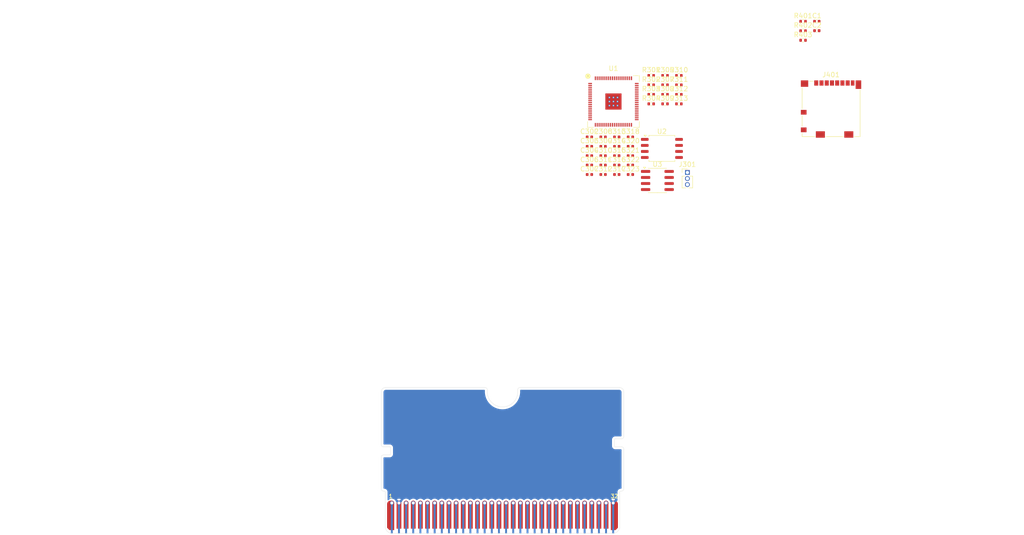
<source format=kicad_pcb>
(kicad_pcb (version 20240108) (generator "pcbnew") (generator_version "8.0")
  (layers (0 "F.Cu" signal) (1 "In1.Cu" signal "GND") (2 "In2.Cu" signal "3V3") (31 "B.Cu" signal) (34 "B.Paste" user) (35 "F.Paste" user) (36 "B.SilkS" user "B.Silkscreen") (37 "F.SilkS" user "F.Silkscreen") (38 "B.Mask" user) (39 "F.Mask" user) (44 "Edge.Cuts" user))
  (net 0 "")
  (net 1 "GND")
  (net 2 "/MCU/XIN")
  (net 3 "Net-(C304-Pad2)")
  (net 4 "+1V1")
  (net 5 "/MCU/VREG_AVDD")
  (net 6 "Net-(C309-Pad1)")
  (net 7 "Net-(U3-X1)")
  (net 8 "Net-(U3-X2)")
  (net 9 "/GBA Bus/GBA_Bus_A00")
  (net 10 "/GBA Bus/GBA_Bus_D04")
  (net 11 "/GBA Bus/GBA_Bus_D02")
  (net 12 "/GBA Bus/GBA_Bus_D07")
  (net 13 "/GBA Bus/~{GBA_Bus_WR}")
  (net 14 "/GBA Bus/GBA_Bus_A03")
  (net 15 "/GBA Bus/GBA_Bus_A04")
  (net 16 "/GBA Bus/GBA_Bus_A01")
  (net 17 "+3.3V")
  (net 18 "/GBA Bus/GBA_Bus_A09")
  (net 19 "/GBA Bus/GBA_Bus_D05")
  (net 20 "/GBA Bus/GBA_Bus_A15")
  (net 21 "/GBA Bus/~{GBA_Bus_CS}")
  (net 22 "/GBA Bus/GBA_Bus_D06")
  (net 23 "/GBA Bus/GBA_Bus_A13")
  (net 24 "/GBA Bus/GBA_Bus_A10")
  (net 25 "/GBA Bus/GBA_Bus_A07")
  (net 26 "/GBA Bus/GBA_Bus_A14")
  (net 27 "/GBA Bus/GBA_Bus_D00")
  (net 28 "/GBA Bus/~{GBA_Bus_RD}")
  (net 29 "/GBA Bus/GBA_Bus_A05")
  (net 30 "/GBA Bus/GBA_Bus_D01")
  (net 31 "/GBA Bus/GBA_Bus_A12")
  (net 32 "/GBA Bus/GBA_Bus_A06")
  (net 33 "/GBA Bus/~{GBA_Bus_CS2}")
  (net 34 "/GBA Bus/GBA_Bus_D03")
  (net 35 "/GBA Bus/GBA_Bus_A02")
  (net 36 "/GBA Bus/GBA_Bus_IRQ")
  (net 37 "/GBA Bus/GBA_Bus_A11")
  (net 38 "/GBA Bus/GBA_Bus_A08")
  (net 39 "/MCU/SWDIO")
  (net 40 "/MCU/SWCLK")
  (net 41 "/MCU/FLASH_SS")
  (net 42 "/MCU/QSPI_SS")
  (net 43 "/MCU/~{USB_BOOT}")
  (net 44 "/MCU/RP2350_RUN")
  (net 45 "/MCU/XOUT")
  (net 46 "/MCU/USB_DP")
  (net 47 "Net-(U1-USB_DP)")
  (net 48 "/MCU/USB_DM")
  (net 49 "Net-(U1-USB_DM)")
  (net 50 "/MCU/GPIO0")
  (net 51 "/MCU/I2C1_SCL")
  (net 52 "/MCU/I2C1_SDA")
  (net 53 "/MCU/MFP")
  (net 54 "/MCU/GBA_Bus_A09")
  (net 55 "/MCU/GBA_Bus_D06")
  (net 57 "/MCU/QSPI_SCLK")
  (net 58 "/MCU/GBA_Bus_A07")
  (net 59 "/MCU/SD_DAT1")
  (net 60 "/MCU/GBA_Bus_A14")
  (net 61 "/MCU/GBA_Bus_D07")
  (net 63 "/GBA Bus/GBA_PWR_DET")
  (net 64 "/MCU/VREG_LX")
  (net 65 "/MCU/GBA_Bus_IRQ")
  (net 68 "/MCU/QSPI_SD3")
  (net 69 "/MCU/GBA_Bus_A15")
  (net 70 "/MCU/GBA_Bus_D05")
  (net 71 "/MCU/GBA_Bus_A02")
  (net 72 "/MCU/~{GBA_Bus_WR}")
  (net 73 "/MCU/GBA_Bus_D02")
  (net 74 "/MCU/GBA_Bus_A08")
  (net 75 "/MCU/SPI0_SCLK")
  (net 76 "/MCU/SPI0_TX")
  (net 77 "/MCU/GBA_Bus_A05")
  (net 78 "/MCU/GBA_Bus_D00")
  (net 79 "/MCU/QSPI_SD2")
  (net 80 "/MCU/GBA_Bus_A10")
  (net 81 "/MCU/GBA_Bus_A01")
  (net 82 "/MCU/~{GBA_Bus_CS2}")
  (net 83 "/MCU/GBA_Bus_A03")
  (net 84 "/MCU/GBA_Bus_A12")
  (net 85 "/MCU/QSPI_SD0")
  (net 86 "/MCU/SD_DAT2")
  (net 87 "/MCU/GBA_Bus_D03")
  (net 88 "/MCU/~{SPI0_CS}")
  (net 89 "/MCU/SPI0_RX")
  (net 90 "/MCU/GBA_Bus_A06")
  (net 91 "/MCU/~{GBA_Bus_CS}")
  (net 92 "/MCU/USB_PWR_DET")
  (net 94 "/MCU/QSPI_SD1")
  (net 96 "/MCU/GBA_Bus_A00")
  (net 97 "/MCU/GBA_Bus_D04")
  (net 98 "/MCU/GBA_Bus_A13")
  (net 99 "/MCU/GBA_Bus_A11")
  (net 100 "/MCU/GBA_Bus_A04")
  (net 102 "/MCU/GBA_Bus_D01")
  (net 103 "/MCU/~{GBA_Bus_RD}")
  (net 104 "/MCU/RTC_BACK")
  (footprint "RP2350_KiCad:RP2350B_QFN-80_EP_10.573x10.573_Pitch0.4mm" (layer "F.Cu") (at 148.8 39.8965)
    (property "Reference" "U1" (at 0 -6.95 0) (layer "F.SilkS"))
    (property "Value" "RP2350B-QFN80")
    (pad "1" smd rect (at -4.8965 -3.8 90) (size 0.22 0.78) (layers "F.Cu" "F.Paste" "F.Mask") (net 53 "/MCU/MFP"))
    (pad "2" smd rect (at -4.8965 -3.4 90) (size 0.22 0.78) (layers "F.Cu" "F.Paste" "F.Mask") (net 72 "/MCU/~{GBA_Bus_WR}"))
    (pad "3" smd rect (at -4.8965 -3 90) (size 0.22 0.78) (layers "F.Cu" "F.Paste" "F.Mask") (net 103 "/MCU/~{GBA_Bus_RD}"))
    (pad "4" smd rect (at -4.8965 -2.6 90) (size 0.22 0.78) (layers "F.Cu" "F.Paste" "F.Mask") (net 91 "/MCU/~{GBA_Bus_CS}"))
    (pad "5" smd rect (at -4.8965 -2.2 90) (size 0.22 0.78) (layers "F.Cu" "F.Paste" "F.Mask") (net 17 "+3.3V"))
    (pad "6" smd rect (at -4.8965 -1.8 90) (size 0.22 0.78) (layers "F.Cu" "F.Paste" "F.Mask") (net 96 "/MCU/GBA_Bus_A00"))
    (pad "7" smd rect (at -4.8965 -1.4 90) (size 0.22 0.78) (layers "F.Cu" "F.Paste" "F.Mask") (net 81 "/MCU/GBA_Bus_A01"))
    (pad "8" smd rect (at -4.8965 -1 90) (size 0.22 0.78) (layers "F.Cu" "F.Paste" "F.Mask") (net 71 "/MCU/GBA_Bus_A02"))
    (pad "9" smd rect (at -4.8965 -0.6 90) (size 0.22 0.78) (layers "F.Cu" "F.Paste" "F.Mask") (net 83 "/MCU/GBA_Bus_A03"))
    (pad "10" smd rect (at -4.8965 -0.2 90) (size 0.22 0.78) (layers "F.Cu" "F.Paste" "F.Mask") (net 4 "+1V1"))
    (pad "11" smd rect (at -4.8965 0.2 90) (size 0.22 0.78) (layers "F.Cu" "F.Paste" "F.Mask") (net 100 "/MCU/GBA_Bus_A04"))
    (pad "12" smd rect (at -4.8965 0.6 90) (size 0.22 0.78) (layers "F.Cu" "F.Paste" "F.Mask") (net 77 "/MCU/GBA_Bus_A05"))
    (pad "13" smd rect (at -4.8965 1 90) (size 0.22 0.78) (layers "F.Cu" "F.Paste" "F.Mask") (net 90 "/MCU/GBA_Bus_A06"))
    (pad "14" smd rect (at -4.8965 1.4 90) (size 0.22 0.78) (layers "F.Cu" "F.Paste" "F.Mask") (net 58 "/MCU/GBA_Bus_A07"))
    (pad "15" smd rect (at -4.8965 1.8 90) (size 0.22 0.78) (layers "F.Cu" "F.Paste" "F.Mask") (net 17 "+3.3V"))
    (pad "16" smd rect (at -4.8965 2.2 90) (size 0.22 0.78) (layers "F.Cu" "F.Paste" "F.Mask") (net 74 "/MCU/GBA_Bus_A08"))
    (pad "17" smd rect (at -4.8965 2.6 90) (size 0.22 0.78) (layers "F.Cu" "F.Paste" "F.Mask") (net 54 "/MCU/GBA_Bus_A09"))
    (pad "18" smd rect (at -4.8965 3 90) (size 0.22 0.78) (layers "F.Cu" "F.Paste" "F.Mask") (net 80 "/MCU/GBA_Bus_A10"))
    (pad "19" smd rect (at -4.8965 3.4 90) (size 0.22 0.78) (layers "F.Cu" "F.Paste" "F.Mask") (net 99 "/MCU/GBA_Bus_A11"))
    (pad "20" smd rect (at -4.8965 3.8 90) (size 0.22 0.78) (layers "F.Cu" "F.Paste" "F.Mask") (net 84 "/MCU/GBA_Bus_A12"))
    (pad "21" smd rect (at -3.8 4.8965) (size 0.22 0.78) (layers "F.Cu" "F.Paste" "F.Mask") (net 98 "/MCU/GBA_Bus_A13"))
    (pad "22" smd rect (at -3.4 4.8965) (size 0.22 0.78) (layers "F.Cu" "F.Paste" "F.Mask") (net 60 "/MCU/GBA_Bus_A14"))
    (pad "23" smd rect (at -3 4.8965) (size 0.22 0.78) (layers "F.Cu" "F.Paste" "F.Mask") (net 69 "/MCU/GBA_Bus_A15"))
    (pad "24" smd rect (at -2.6 4.8965) (size 0.22 0.78) (layers "F.Cu" "F.Paste" "F.Mask") (net 17 "+3.3V"))
    (pad "25" smd rect (at -2.2 4.8965) (size 0.22 0.78) (layers "F.Cu" "F.Paste" "F.Mask") (net 78 "/MCU/GBA_Bus_D00"))
    (pad "26" smd rect (at -1.8 4.8965) (size 0.22 0.78) (layers "F.Cu" "F.Paste" "F.Mask") (net 102 "/MCU/GBA_Bus_D01"))
    (pad "27" smd rect (at -1.4 4.8965) (size 0.22 0.78) (layers "F.Cu" "F.Paste" "F.Mask") (net 73 "/MCU/GBA_Bus_D02"))
    (pad "28" smd rect (at -1 4.8965) (size 0.22 0.78) (layers "F.Cu" "F.Paste" "F.Mask") (net 87 "/MCU/GBA_Bus_D03"))
    (pad "29" smd rect (at -0.6 4.8965) (size 0.22 0.78) (layers "F.Cu" "F.Paste" "F.Mask") (net 17 "+3.3V"))
    (pad "30" smd rect (at -0.2 4.8965) (size 0.22 0.78) (layers "F.Cu" "F.Paste" "F.Mask") (net 2 "/MCU/XIN"))
    (pad "31" smd rect (at 0.2 4.8965) (size 0.22 0.78) (layers "F.Cu" "F.Paste" "F.Mask") (net 45 "/MCU/XOUT"))
    (pad "32" smd rect (at 0.6 4.8965) (size 0.22 0.78) (layers "F.Cu" "F.Paste" "F.Mask") (net 4 "+1V1"))
    (pad "33" smd rect (at 1 4.8965) (size 0.22 0.78) (layers "F.Cu" "F.Paste" "F.Mask") (net 40 "/MCU/SWCLK"))
    (pad "34" smd rect (at 1.4 4.8965) (size 0.22 0.78) (layers "F.Cu" "F.Paste" "F.Mask") (net 39 "/MCU/SWDIO"))
    (pad "35" smd rect (at 1.8 4.8965) (size 0.22 0.78) (layers "F.Cu" "F.Paste" "F.Mask") (net 44 "/MCU/RP2350_RUN"))
    (pad "36" smd rect (at 2.2 4.8965) (size 0.22 0.78) (layers "F.Cu" "F.Paste" "F.Mask") (net 97 "/MCU/GBA_Bus_D04"))
    (pad "37" smd rect (at 2.6 4.8965) (size 0.22 0.78) (layers "F.Cu" "F.Paste" "F.Mask") (net 70 "/MCU/GBA_Bus_D05"))
    (pad "38" smd rect (at 3 4.8965) (size 0.22 0.78) (layers "F.Cu" "F.Paste" "F.Mask") (net 55 "/MCU/GBA_Bus_D06"))
    (pad "39" smd rect (at 3.4 4.8965) (size 0.22 0.78) (layers "F.Cu" "F.Paste" "F.Mask") (net 61 "/MCU/GBA_Bus_D07"))
    (pad "40" smd rect (at 3.8 4.8965) (size 0.22 0.78) (layers "F.Cu" "F.Paste" "F.Mask") (net 82 "/MCU/~{GBA_Bus_CS2}"))
    (pad "41" smd rect (at 4.8965 3.8 90) (size 0.22 0.78) (layers "F.Cu" "F.Paste" "F.Mask") (net 17 "+3.3V"))
    (pad "42" smd rect (at 4.8965 3.4 90) (size 0.22 0.78) (layers "F.Cu" "F.Paste" "F.Mask") (net 65 "/MCU/GBA_Bus_IRQ"))
    (pad "43" smd rect (at 4.8965 3 90) (size 0.22 0.78) (layers "F.Cu" "F.Paste" "F.Mask") (net 75 "/MCU/SPI0_SCLK"))
    (pad "44" smd rect (at 4.8965 2.6 90) (size 0.22 0.78) (layers "F.Cu" "F.Paste" "F.Mask") (net 76 "/MCU/SPI0_TX"))
    (pad "45" smd rect (at 4.8965 2.2 90) (size 0.22 0.78) (layers "F.Cu" "F.Paste" "F.Mask") (net 89 "/MCU/SPI0_RX"))
    (pad "46" smd rect (at 4.8965 1.8 90) (size 0.22 0.78) (layers "F.Cu" "F.Paste" "F.Mask") (net 88 "/MCU/~{SPI0_CS}"))
    (pad "47" smd rect (at 4.8965 1.4 90) (size 0.22 0.78) (layers "F.Cu" "F.Paste" "F.Mask") (net 59 "/MCU/SD_DAT1"))
    (pad "48" smd rect (at 4.8965 1 90) (size 0.22 0.78) (layers "F.Cu" "F.Paste" "F.Mask") (net 86 "/MCU/SD_DAT2"))
    (pad "49" smd rect (at 4.8965 0.6 90) (size 0.22 0.78) (layers "F.Cu" "F.Paste" "F.Mask"))
    (pad "50" smd rect (at 4.8965 0.2 90) (size 0.22 0.78) (layers "F.Cu" "F.Paste" "F.Mask") (net 17 "+3.3V"))
    (pad "51" smd rect (at 4.8965 -0.2 90) (size 0.22 0.78) (layers "F.Cu" "F.Paste" "F.Mask") (net 4 "+1V1"))
    (pad "52" smd rect (at 4.8965 -0.6 90) (size 0.22 0.78) (layers "F.Cu" "F.Paste" "F.Mask"))
    (pad "53" smd rect (at 4.8965 -1 90) (size 0.22 0.78) (layers "F.Cu" "F.Paste" "F.Mask"))
    (pad "54" smd rect (at 4.8965 -1.4 90) (size 0.22 0.78) (layers "F.Cu" "F.Paste" "F.Mask"))
    (pad "55" smd rect (at 4.8965 -1.8 90) (size 0.22 0.78) (layers "F.Cu" "F.Paste" "F.Mask"))
    (pad "56" smd rect (at 4.8965 -2.2 90) (size 0.22 0.78) (layers "F.Cu" "F.Paste" "F.Mask"))
    (pad "57" smd rect (at 4.8965 -2.6 90) (size 0.22 0.78) (layers "F.Cu" "F.Paste" "F.Mask") (net 63 "/GBA Bus/GBA_PWR_DET"))
    (pad "58" smd rect (at 4.8965 -3 90) (size 0.22 0.78) (layers "F.Cu" "F.Paste" "F.Mask") (net 92 "/MCU/USB_PWR_DET"))
    (pad "59" smd rect (at 4.8965 -3.4 90) (size 0.22 0.78) (layers "F.Cu" "F.Paste" "F.Mask") (net 17 "+3.3V"))
    (pad "60" smd rect (at 4.8965 -3.8 90) (size 0.22 0.78) (layers "F.Cu" "F.Paste" "F.Mask") (net 17 "+3.3V"))
    (pad "61" smd rect (at 3.8 -4.8965) (size 0.22 0.78) (layers "F.Cu" "F.Paste" "F.Mask") (net 5 "/MCU/VREG_AVDD"))
    (pad "62" smd rect (at 3.4 -4.8965) (size 0.22 0.78) (layers "F.Cu" "F.Paste" "F.Mask") (net 1 "GND"))
    (pad "63" smd rect (at 3 -4.8965) (size 0.22 0.78) (layers "F.Cu" "F.Paste" "F.Mask") (net 64 "/MCU/VREG_LX"))
    (pad "64" smd rect (at 2.6 -4.8965) (size 0.22 0.78) (layers "F.Cu" "F.Paste" "F.Mask") (net 17 "+3.3V"))
    (pad "65" smd rect (at 2.2 -4.8965) (size 0.22 0.78) (layers "F.Cu" "F.Paste" "F.Mask") (net 4 "+1V1"))
    (pad "66" smd rect (at 1.8 -4.8965) (size 0.22 0.78) (layers "F.Cu" "F.Paste" "F.Mask") (net 49 "Net-(U1-USB_DM)"))
    (pad "67" smd rect (at 1.4 -4.8965) (size 0.22 0.78) (layers "F.Cu" "F.Paste" "F.Mask") (net 47 "Net-(U1-USB_DP)"))
    (pad "68" smd rect (at 1 -4.8965) (size 0.22 0.78) (layers "F.Cu" "F.Paste" "F.Mask") (net 17 "+3.3V"))
    (pad "69" smd rect (at 0.6 -4.8965) (size 0.22 0.78) (layers "F.Cu" "F.Paste" "F.Mask") (net 17 "+3.3V"))
    (pad "70" smd rect (at 0.2 -4.8965) (size 0.22 0.78) (layers "F.Cu" "F.Paste" "F.Mask") (net 68 "/MCU/QSPI_SD3"))
    (pad "71" smd rect (at -0.2 -4.8965) (size 0.22 0.78) (layers "F.Cu" "F.Paste" "F.Mask") (net 57 "/MCU/QSPI_SCLK"))
    (pad "72" smd rect (at -0.6 -4.8965) (size 0.22 0.78) (layers "F.Cu" "F.Paste" "F.Mask") (net 85 "/MCU/QSPI_SD0"))
    (pad "73" smd rect (at -1 -4.8965) (size 0.22 0.78) (layers "F.Cu" "F.Paste" "F.Mask") (net 79 "/MCU/QSPI_SD2"))
    (pad "74" smd rect (at -1.4 -4.8965) (size 0.22 0.78) (layers "F.Cu" "F.Paste" "F.Mask") (net 94 "/MCU/QSPI_SD1"))
    (pad "75" smd rect (at -1.8 -4.8965) (size 0.22 0.78) (layers "F.Cu" "F.Paste" "F.Mask") (net 42 "/MCU/QSPI_SS"))
    (pad "76" smd rect (at -2.2 -4.8965) (size 0.22 0.78) (layers "F.Cu" "F.Paste" "F.Mask") (net 17 "+3.3V"))
    (pad "77" smd rect (at -2.6 -4.8965) (size 0.22 0.78) (layers "F.Cu" "F.Paste" "F.Mask") (net 50 "/MCU/GPIO0"))
    (pad "78" smd rect (at -3 -4.8965) (size 0.22 0.78) (layers "F.Cu" "F.Paste" "F.Mask"))
    (pad "79" smd rect (at -3.4 -4.8965) (size 0.22 0.78) (layers "F.Cu" "F.Paste" "F.Mask") (net 52 "/MCU/I2C1_SDA"))
    (pad "80" smd rect (at -3.8 -4.8965) (size 0.22 0.78) (layers "F.Cu" "F.Paste" "F.Mask") (net 51 "/MCU/I2C1_SCL"))
    (pad "81" thru_hole circle (at -0.85 -0.85) (size 0.425 0.425) (drill 0.2125) (property pad_prop_heatsink) (layers "*.Cu" "*.Mask") (net 1 "GND"))
    (pad "81" thru_hole circle (at -0.85 0) (size 0.425 0.425) (drill 0.2125) (property pad_prop_heatsink) (layers "*.Cu" "*.Mask") (net 1 "GND"))
    (pad "81" thru_hole circle (at -0.85 0.85) (size 0.425 0.425) (drill 0.2125) (property pad_prop_heatsink) (layers "*.Cu" "*.Mask") (net 1 "GND"))
    (pad "81" thru_hole circle (at 0 -0.85) (size 0.425 0.425) (drill 0.2125) (property pad_prop_heatsink) (layers "*.Cu" "*.Mask") (net 1 "GND"))
    (pad "81" thru_hole circle (at 0 0) (size 0.425 0.425) (drill 0.2125) (property pad_prop_heatsink) (layers "*.Cu" "*.Mask") (net 1 "GND"))
    (pad "81" smd rect (at 0 0) (size 3.4 3.4) (layers "F.Cu" "F.Mask") (net 1 "GND"))
    (pad "81" thru_hole circle (at 0 0.85) (size 0.425 0.425) (drill 0.2125) (property pad_prop_heatsink) (layers "*.Cu" "*.Mask") (net 1 "GND"))
    (pad "81" thru_hole circle (at 0.85 -0.85) (size 0.425 0.425) (drill 0.2125) (property pad_prop_heatsink) (layers "*.Cu" "*.Mask") (net 1 "GND"))
    (pad "81" thru_hole circle (at 0.85 0) (size 0.425 0.425) (drill 0.2125) (property pad_prop_heatsink) (layers "*.Cu" "*.Mask") (net 1 "GND"))
    (pad "81" thru_hole circle (at 0.85 0.85) (size 0.425 0.425) (drill 0.2125) (property pad_prop_heatsink) (layers "*.Cu" "*.Mask") (net 1 "GND"))
  )
  (footprint "Package_SO:SOIC-8_3.9x4.9mm_P1.27mm" (layer "F.Cu") (at 158.03 56.4965)
    (property "Reference" "U3" (at 0 -3.4 0) (layer "F.SilkS"))
    (property "Value" "MCP7940N-xSN")
    (pad "1" smd roundrect (at -2.475 -1.905) (size 1.95 0.6) (layers "F.Cu" "F.Paste" "F.Mask") (net 7 "Net-(U3-X1)"))
    (pad "2" smd roundrect (at -2.475 -0.635) (size 1.95 0.6) (layers "F.Cu" "F.Paste" "F.Mask") (net 8 "Net-(U3-X2)"))
    (pad "3" smd roundrect (at -2.475 0.635) (size 1.95 0.6) (layers "F.Cu" "F.Paste" "F.Mask") (net 104 "/MCU/RTC_BACK"))
    (pad "4" smd roundrect (at -2.475 1.905) (size 1.95 0.6) (layers "F.Cu" "F.Paste" "F.Mask") (net 1 "GND"))
    (pad "5" smd roundrect (at 2.475 1.905) (size 1.95 0.6) (layers "F.Cu" "F.Paste" "F.Mask") (net 52 "/MCU/I2C1_SDA"))
    (pad "6" smd roundrect (at 2.475 0.635) (size 1.95 0.6) (layers "F.Cu" "F.Paste" "F.Mask") (net 51 "/MCU/I2C1_SCL"))
    (pad "7" smd roundrect (at 2.475 -0.635) (size 1.95 0.6) (layers "F.Cu" "F.Paste" "F.Mask") (net 53 "/MCU/MFP"))
    (pad "8" smd roundrect (at 2.475 -1.905) (size 1.95 0.6) (layers "F.Cu" "F.Paste" "F.Mask") (net 17 "+3.3V"))
  )
  (footprint "Resistor_SMD:R_0402_1005Metric" (layer "F.Cu") (at 162.55 34.4165)
    (property "Reference" "R310" (at 0 -1.17 0) (layer "F.SilkS"))
    (property "Value" "0")
    (pad "1" smd roundrect (at -0.51 0) (size 0.54 0.64) (layers "F.Cu" "F.Paste" "F.Mask") (net 42 "/MCU/QSPI_SS"))
    (pad "2" smd roundrect (at 0.51 0) (size 0.54 0.64) (layers "F.Cu" "F.Paste" "F.Mask") (net 41 "/MCU/FLASH_SS"))
  )
  (footprint "Capacitor_SMD:C_0402_1005Metric" (layer "F.Cu") (at 143.76 49.3265)
    (property "Reference" "C303" (at 0 -1.16 0) (layer "F.SilkS"))
    (property "Value" "15p")
    (pad "1" smd roundrect (at -0.48 0) (size 0.56 0.62) (layers "F.Cu" "F.Paste" "F.Mask") (net 1 "GND"))
    (pad "2" smd roundrect (at 0.48 0) (size 0.56 0.62) (layers "F.Cu" "F.Paste" "F.Mask") (net 2 "/MCU/XIN"))
  )
  (footprint "Capacitor_SMD:C_0402_1005Metric" (layer "F.Cu") (at 149.5 49.3265)
    (property "Reference" "C314" (at 0 -1.16 0) (layer "F.SilkS"))
    (property "Value" "100n")
    (pad "1" smd roundrect (at -0.48 0) (size 0.56 0.62) (layers "F.Cu" "F.Paste" "F.Mask") (net 17 "+3.3V"))
    (pad "2" smd roundrect (at 0.48 0) (size 0.56 0.62) (layers "F.Cu" "F.Paste" "F.Mask") (net 1 "GND"))
  )
  (footprint "Connector_PinHeader_1.27mm:PinHeader_1x03_P1.27mm_Vertical" (layer "F.Cu") (at 164.33 54.8165)
    (property "Reference" "J301" (at 0 -1.695 0) (layer "F.SilkS"))
    (property "Value" "DBG")
    (pad "1" thru_hole rect (at 0 0) (size 1 1) (drill 0.65) (layers "*.Cu" "*.Mask") (net 40 "/MCU/SWCLK"))
    (pad "2" thru_hole oval (at 0 1.27) (size 1 1) (drill 0.65) (layers "*.Cu" "*.Mask") (net 1 "GND"))
    (pad "3" thru_hole oval (at 0 2.54) (size 1 1) (drill 0.65) (layers "*.Cu" "*.Mask") (net 39 "/MCU/SWDIO"))
  )
  (footprint "Resistor_SMD:R_0402_1005Metric" (layer "F.Cu") (at 156.73 40.3865)
    (property "Reference" "R304" (at 0 -1.17 0) (layer "F.SilkS"))
    (property "Value" "1k")
    (pad "1" smd roundrect (at -0.51 0) (size 0.54 0.64) (layers "F.Cu" "F.Paste" "F.Mask") (net 43 "/MCU/~{USB_BOOT}"))
    (pad "2" smd roundrect (at 0.51 0) (size 0.54 0.64) (layers "F.Cu" "F.Paste" "F.Mask") (net 44 "/MCU/RP2350_RUN"))
  )
  (footprint "Resistor_SMD:R_0402_1005Metric" (layer "F.Cu") (at 159.64 40.3865)
    (property "Reference" "R309" (at 0 -1.17 0) (layer "F.SilkS"))
    (property "Value" "0")
    (pad "1" smd roundrect (at -0.51 0) (size 0.54 0.64) (layers "F.Cu" "F.Paste" "F.Mask") (net 50 "/MCU/GPIO0"))
    (pad "2" smd roundrect (at 0.51 0) (size 0.54 0.64) (layers "F.Cu" "F.Paste" "F.Mask") (net 41 "/MCU/FLASH_SS"))
  )
  (footprint "Capacitor_SMD:C_0402_1005Metric" (layer "F.Cu") (at 149.5 47.3565)
    (property "Reference" "C313" (at 0 -1.16 0) (layer "F.SilkS"))
    (property "Value" "100n")
    (pad "1" smd roundrect (at -0.48 0) (size 0.56 0.62) (layers "F.Cu" "F.Paste" "F.Mask") (net 17 "+3.3V"))
    (pad "2" smd roundrect (at 0.48 0) (size 0.56 0.62) (layers "F.Cu" "F.Paste" "F.Mask") (net 1 "GND"))
  )
  (footprint "Capacitor_SMD:C_0402_1005Metric" (layer "F.Cu") (at 152.37 49.3265)
    (property "Reference" "C320" (at 0 -1.16 0) (layer "F.SilkS"))
    (property "Value" "100n")
    (pad "1" smd roundrect (at -0.48 0) (size 0.56 0.62) (layers "F.Cu" "F.Paste" "F.Mask") (net 17 "+3.3V"))
    (pad "2" smd roundrect (at 0.48 0) (size 0.56 0.62) (layers "F.Cu" "F.Paste" "F.Mask") (net 1 "GND"))
  )
  (footprint "Capacitor_SMD:C_0402_1005Metric" (layer "F.Cu") (at 152.37 47.3565)
    (property "Reference" "C318" (at 0 -1.16 0) (layer "F.SilkS"))
    (property "Value" "100n")
    (pad "1" smd roundrect (at -0.48 0) (size 0.56 0.62) (layers "F.Cu" "F.Paste" "F.Mask") (net 17 "+3.3V"))
    (pad "2" smd roundrect (at 0.48 0) (size 0.56 0.62) (layers "F.Cu" "F.Paste" "F.Mask") (net 1 "GND"))
  )
  (footprint "Package_SO:SOIC-8_5.23x5.23mm_P1.27mm" (layer "F.Cu") (at 158.98 49.7565)
    (property "Reference" "U2" (at 0 -3.56 0) (layer "F.SilkS"))
    (property "Value" "W25Q128JVS")
    (pad "1" smd roundrect (at -3.6 -1.905) (size 1.6 0.6) (layers "F.Cu" "F.Paste" "F.Mask") (net 41 "/MCU/FLASH_SS"))
    (pad "2" smd roundrect (at -3.6 -0.635) (size 1.6 0.6) (layers "F.Cu" "F.Paste" "F.Mask") (net 94 "/MCU/QSPI_SD1"))
    (pad "3" smd roundrect (at -3.6 0.635) (size 1.6 0.6) (layers "F.Cu" "F.Paste" "F.Mask") (net 79 "/MCU/QSPI_SD2"))
    (pad "4" smd roundrect (at -3.6 1.905) (size 1.6 0.6) (layers "F.Cu" "F.Paste" "F.Mask") (net 1 "GND"))
    (pad "5" smd roundrect (at 3.6 1.905) (size 1.6 0.6) (layers "F.Cu" "F.Paste" "F.Mask") (net 85 "/MCU/QSPI_SD0"))
    (pad "6" smd roundrect (at 3.6 0.635) (size 1.6 0.6) (layers "F.Cu" "F.Paste" "F.Mask") (net 57 "/MCU/QSPI_SCLK"))
    (pad "7" smd roundrect (at 3.6 -0.635) (size 1.6 0.6) (layers "F.Cu" "F.Paste" "F.Mask") (net 68 "/MCU/QSPI_SD3"))
    (pad "8" smd roundrect (at 3.6 -1.905) (size 1.6 0.6) (layers "F.Cu" "F.Paste" "F.Mask") (net 17 "+3.3V"))
  )
  (footprint "Capacitor_SMD:C_0402_1005Metric" (layer "F.Cu") (at 143.76 51.2965)
    (property "Reference" "C304" (at 0 -1.16 0) (layer "F.SilkS"))
    (property "Value" "15p")
    (pad "1" smd roundrect (at -0.48 0) (size 0.56 0.62) (layers "F.Cu" "F.Paste" "F.Mask") (net 1 "GND"))
    (pad "2" smd roundrect (at 0.48 0) (size 0.56 0.62) (layers "F.Cu" "F.Paste" "F.Mask") (net 3 "Net-(C304-Pad2)"))
  )
  (footprint "Capacitor_SMD:C_0402_1005Metric" (layer "F.Cu") (at 149.5 53.2665)
    (property "Reference" "C316" (at 0 -1.16 0) (layer "F.SilkS"))
    (property "Value" "100n")
    (pad "1" smd roundrect (at -0.48 0) (size 0.56 0.62) (layers "F.Cu" "F.Paste" "F.Mask") (net 17 "+3.3V"))
    (pad "2" smd roundrect (at 0.48 0) (size 0.56 0.62) (layers "F.Cu" "F.Paste" "F.Mask") (net 1 "GND"))
  )
  (footprint "Resistor_SMD:R_0402_1005Metric" (layer "F.Cu") (at 156.73 38.3965)
    (property "Reference" "R303" (at 0 -1.17 0) (layer "F.SilkS"))
    (property "Value" "1k")
    (pad "1" smd roundrect (at -0.51 0) (size 0.54 0.64) (layers "F.Cu" "F.Paste" "F.Mask") (net 43 "/MCU/~{USB_BOOT}"))
    (pad "2" smd roundrect (at 0.51 0) (size 0.54 0.64) (layers "F.Cu" "F.Paste" "F.Mask") (net 42 "/MCU/QSPI_SS"))
  )
  (footprint "Resistor_SMD:R_0402_1005Metric" (layer "F.Cu") (at 159.64 36.4065)
    (property "Reference" "R307" (at 0 -1.17 0) (layer "F.SilkS"))
    (property "Value" "27")
    (pad "1" smd roundrect (at -0.51 0) (size 0.54 0.64) (layers "F.Cu" "F.Paste" "F.Mask") (net 47 "Net-(U1-USB_DP)"))
    (pad "2" smd roundrect (at 0.51 0) (size 0.54 0.64) (layers "F.Cu" "F.Paste" "F.Mask") (net 46 "/MCU/USB_DP"))
  )
  (footprint "Capacitor_SMD:C_0402_1005Metric" (layer "F.Cu") (at 152.37 55.2365)
    (property "Reference" "C323" (at 0 -1.16 0) (layer "F.SilkS"))
    (property "Value" "4.7u")
    (pad "1" smd roundrect (at -0.48 0) (size 0.56 0.62) (layers "F.Cu" "F.Paste" "F.Mask") (net 1 "GND"))
    (pad "2" smd roundrect (at 0.48 0) (size 0.56 0.62) (layers "F.Cu" "F.Paste" "F.Mask") (net 8 "Net-(U3-X2)"))
  )
  (footprint "Capacitor_SMD:C_0402_1005Metric" (layer "F.Cu") (at 149.5 55.2365)
    (property "Reference" "C317" (at 0 -1.16 0) (layer "F.SilkS"))
    (property "Value" "100n")
    (pad "1" smd roundrect (at -0.48 0) (size 0.56 0.62) (layers "F.Cu" "F.Paste" "F.Mask") (net 17 "+3.3V"))
    (pad "2" smd roundrect (at 0.48 0) (size 0.56 0.62) (layers "F.Cu" "F.Paste" "F.Mask") (net 1 "GND"))
  )
  (footprint "Resistor_SMD:R_0402_1005Metric" (layer "F.Cu") (at 162.55 40.3865)
    (property "Reference" "R313" (at 0 -1.17 0) (layer "F.SilkS"))
    (property "Value" "10k")
    (pad "1" smd roundrect (at -0.51 0) (size 0.54 0.64) (layers "F.Cu" "F.Paste" "F.Mask") (net 53 "/MCU/MFP"))
    (pad "2" smd roundrect (at 0.51 0) (size 0.54 0.64) (layers "F.Cu" "F.Paste" "F.Mask") (net 17 "+3.3V"))
  )
  (footprint "Resistor_SMD:R_0402_1005Metric" (layer "F.Cu") (at 188.63 25.03)
    (property "Reference" "R402" (at 0 -1.17 0) (layer "F.SilkS"))
    (property "Value" "10k")
    (pad "1" smd roundrect (at -0.51 0) (size 0.54 0.64) (layers "F.Cu" "F.Paste" "F.Mask") (net 17 "+3.3V"))
    (pad "2" smd roundrect (at 0.51 0) (size 0.54 0.64) (layers "F.Cu" "F.Paste" "F.Mask") (net 59 "/MCU/SD_DAT1"))
  )
  (footprint "Capacitor_SMD:C_0402_1005Metric" (layer "F.Cu") (at 149.5 51.2965)
    (property "Reference" "C315" (at 0 -1.16 0) (layer "F.SilkS"))
    (property "Value" "100n")
    (pad "1" smd roundrect (at -0.48 0) (size 0.56 0.62) (layers "F.Cu" "F.Paste" "F.Mask") (net 17 "+3.3V"))
    (pad "2" smd roundrect (at 0.48 0) (size 0.56 0.62) (layers "F.Cu" "F.Paste" "F.Mask") (net 1 "GND"))
  )
  (footprint "Capacitor_SMD:C_0402_1005Metric" (layer "F.Cu") (at 146.63 55.2365)
    (property "Reference" "C312" (at 0 -1.16 0) (layer "F.SilkS"))
    (property "Value" "100n")
    (pad "1" smd roundrect (at -0.48 0) (size 0.56 0.62) (layers "F.Cu" "F.Paste" "F.Mask") (net 17 "+3.3V"))
    (pad "2" smd roundrect (at 0.48 0) (size 0.56 0.62) (layers "F.Cu" "F.Paste" "F.Mask") (net 1 "GND"))
  )
  (footprint "Capacitor_SMD:C_0402_1005Metric" (layer "F.Cu") (at 146.63 53.2665)
    (property "Reference" "C311" (at 0 -1.16 0) (layer "F.SilkS"))
    (property "Value" "100n")
    (pad "1" smd roundrect (at -0.48 0) (size 0.56 0.62) (layers "F.Cu" "F.Paste" "F.Mask") (net 4 "+1V1"))
    (pad "2" smd roundrect (at 0.48 0) (size 0.56 0.62) (layers "F.Cu" "F.Paste" "F.Mask") (net 1 "GND"))
  )
  (footprint "Resistor_SMD:R_0402_1005Metric" (layer "F.Cu") (at 188.63 27.02)
    (property "Reference" "R403" (at 0 -1.17 0) (layer "F.SilkS"))
    (property "Value" "10k")
    (pad "1" smd roundrect (at -0.51 0) (size 0.54 0.64) (layers "F.Cu" "F.Paste" "F.Mask") (net 75 "/MCU/SPI0_SCLK"))
    (pad "2" smd roundrect (at 0.51 0) (size 0.54 0.64) (layers "F.Cu" "F.Paste" "F.Mask") (net 1 "GND"))
  )
  (footprint "Connector_Card:microSD_HC_Molex_104031-0811" (layer "F.Cu") (at 194.505 41.45)
    (property "Reference" "J401" (at 0 -7.18 0) (layer "F.SilkS"))
    (property "Value" "Micro_SD_Card")
    (pad "1" smd rect (at -3.105 -5.45) (size 0.85 1.1) (layers "F.Cu" "F.Paste" "F.Mask") (net 86 "/MCU/SD_DAT2"))
    (pad "2" smd rect (at -2.005 -5.45) (size 0.85 1.1) (layers "F.Cu" "F.Paste" "F.Mask") (net 88 "/MCU/~{SPI0_CS}"))
    (pad "3" smd rect (at -0.905 -5.45) (size 0.85 1.1) (layers "F.Cu" "F.Paste" "F.Mask") (net 76 "/MCU/SPI0_TX"))
    (pad "4" smd rect (at 0.195 -5.45) (size 0.85 1.1) (layers "F.Cu" "F.Paste" "F.Mask") (net 17 "+3.3V"))
    (pad "5" smd rect (at 1.295 -5.45) (size 0.85 1.1) (layers "F.Cu" "F.Paste" "F.Mask") (net 75 "/MCU/SPI0_SCLK"))
    (pad "6" smd rect (at 2.395 -5.45) (size 0.85 1.1) (layers "F.Cu" "F.Paste" "F.Mask") (net 1 "GND"))
    (pad "7" smd rect (at 3.495 -5.45) (size 0.85 1.1) (layers "F.Cu" "F.Paste" "F.Mask") (net 89 "/MCU/SPI0_RX"))
    (pad "8" smd rect (at 4.545 -5.45) (size 0.75 1.1) (layers "F.Cu" "F.Paste" "F.Mask") (net 59 "/MCU/SD_DAT1"))
    (pad "9" smd rect (at -5.74 0.7) (size 1.2 1) (layers "F.Cu" "F.Paste" "F.Mask") (net 1 "GND"))
    (pad "10" smd rect (at -5.74 4.4) (size 1.2 1) (layers "F.Cu" "F.Paste" "F.Mask"))
    (pad "11" smd rect (at -5.565 -5.325) (size 1.55 1.35) (layers "F.Cu" "F.Paste" "F.Mask"))
    (pad "11" smd rect (at -2.24 5.375) (size 1.9 1.35) (layers "F.Cu" "F.Paste" "F.Mask"))
    (pad "11" smd rect (at 3.73 5.375) (size 1.9 1.35) (layers "F.Cu" "F.Paste" "F.Mask"))
    (pad "11" smd rect (at 5.755 -5.1) (size 1.17 1.8) (layers "F.Cu" "F.Paste" "F.Mask"))
  )
  (footprint "Capacitor_SMD:C_0402_1005Metric" (layer "F.Cu") (at 152.37 53.2665)
    (property "Reference" "C322" (at 0 -1.16 0) (layer "F.SilkS"))
    (property "Value" "4.7u")
    (pad "1" smd roundrect (at -0.48 0) (size 0.56 0.62) (layers "F.Cu" "F.Paste" "F.Mask") (net 1 "GND"))
    (pad "2" smd roundrect (at 0.48 0) (size 0.56 0.62) (layers "F.Cu" "F.Paste" "F.Mask") (net 7 "Net-(U3-X1)"))
  )
  (footprint "Resistor_SMD:R_0402_1005Metric" (layer "F.Cu") (at 162.55 36.4065)
    (property "Reference" "R311" (at 0 -1.17 0) (layer "F.SilkS"))
    (property "Value" "10k")
    (pad "1" smd roundrect (at -0.51 0) (size 0.54 0.64) (layers "F.Cu" "F.Paste" "F.Mask") (net 51 "/MCU/I2C1_SCL"))
    (pad "2" smd roundrect (at 0.51 0) (size 0.54 0.64) (layers "F.Cu" "F.Paste" "F.Mask") (net 17 "+3.3V"))
  )
  (footprint "Resistor_SMD:R_0402_1005Metric" (layer "F.Cu") (at 159.64 34.4165)
    (property "Reference" "R305" (at 0 -1.17 0) (layer "F.SilkS"))
    (property "Value" "1k")
    (pad "1" smd roundrect (at -0.51 0) (size 0.54 0.64) (layers "F.Cu" "F.Paste" "F.Mask") (net 45 "/MCU/XOUT"))
    (pad "2" smd roundrect (at 0.51 0) (size 0.54 0.64) (layers "F.Cu" "F.Paste" "F.Mask") (net 3 "Net-(C304-Pad2)"))
  )
  (footprint "Capacitor_SMD:C_0402_1005Metric" (layer "F.Cu") (at 152.37 51.2965)
    (property "Reference" "C321" (at 0 -1.16 0) (layer "F.SilkS"))
    (property "Value" "100n")
    (pad "1" smd roundrect (at -0.48 0) (size 0.56 0.62) (layers "F.Cu" "F.Paste" "F.Mask") (net 17 "+3.3V"))
    (pad "2" smd roundrect (at 0.48 0) (size 0.56 0.62) (layers "F.Cu" "F.Paste" "F.Mask") (net 1 "GND"))
  )
  (footprint "Connector_GameBoy:GameBoy_GamePak_AGB-002_P1.50mm_Edge" (layer "F.Cu") (at 125.5 130.7)
    (property "Reference" "J1" (hide yes))
    (property "Value" "GameBoy_GamePak_AGB-002" (hide yes))
    (fp_poly (pts (xy -23.05 0) (xy -23.45 0) (xy -23.45 -6.1) (xy -23.05 -6.1)) (fill solid) (layer "B.Cu"))
    (fp_poly (pts (xy -21.55 0) (xy -21.95 0) (xy -21.95 -6.1) (xy -21.55 -6.1)) (fill solid) (layer "B.Cu"))
    (fp_poly (pts (xy -20.05 0) (xy -20.45 0) (xy -20.45 -6.1) (xy -20.05 -6.1)) (fill solid) (layer "B.Cu"))
    (fp_poly (pts (xy -18.55 0) (xy -18.95 0) (xy -18.95 -6.1) (xy -18.55 -6.1)) (fill solid) (layer "B.Cu"))
    (fp_poly (pts (xy -17.05 0) (xy -17.45 0) (xy -17.45 -6.1) (xy -17.05 -6.1)) (fill solid) (layer "B.Cu"))
    (fp_poly (pts (xy -15.55 0) (xy -15.95 0) (xy -15.95 -6.1) (xy -15.55 -6.1)) (fill solid) (layer "B.Cu"))
    (fp_poly (pts (xy -14.05 0) (xy -14.45 0) (xy -14.45 -6.1) (xy -14.05 -6.1)) (fill solid) (layer "B.Cu"))
    (fp_poly (pts (xy -12.55 0) (xy -12.95 0) (xy -12.95 -6.1) (xy -12.55 -6.1)) (fill solid) (layer "B.Cu"))
    (fp_poly (pts (xy -11.05 0) (xy -11.45 0) (xy -11.45 -6.1) (xy -11.05 -6.1)) (fill solid) (layer "B.Cu"))
    (fp_poly (pts (xy -9.55 0) (xy -9.95 0) (xy -9.95 -6.1) (xy -9.55 -6.1)) (fill solid) (layer "B.Cu"))
    (fp_poly (pts (xy -8.05 0) (xy -8.45 0) (xy -8.45 -6.1) (xy -8.05 -6.1)) (fill solid) (layer "B.Cu"))
    (fp_poly (pts (xy -6.55 0) (xy -6.95 0) (xy -6.95 -6.1) (xy -6.55 -6.1)) (fill solid) (layer "B.Cu"))
    (fp_poly (pts (xy -5.05 0) (xy -5.45 0) (xy -5.45 -6.1) (xy -5.05 -6.1)) (fill solid) (layer "B.Cu"))
    (fp_poly (pts (xy -3.55 0) (xy -3.95 0) (xy -3.95 -6.1) (xy -3.55 -6.1)) (fill solid) (layer "B.Cu"))
    (fp_poly (pts (xy -2.05 0) (xy -2.45 0) (xy -2.45 -6.1) (xy -2.05 -6.1)) (fill solid) (layer "B.Cu"))
    (fp_poly (pts (xy -0.55 0) (xy -0.95 0) (xy -0.95 -6.1) (xy -0.55 -6.1)) (fill solid) (layer "B.Cu"))
    (fp_poly (pts (xy 0.95 0) (xy 0.55 0) (xy 0.55 -6.1) (xy 0.95 -6.1)) (fill solid) (layer "B.Cu"))
    (fp_poly (pts (xy 2.45 0) (xy 2.05 0) (xy 2.05 -6.1) (xy 2.45 -6.1)) (fill solid) (layer "B.Cu"))
    (fp_poly (pts (xy 3.95 0) (xy 3.55 0) (xy 3.55 -6.1) (xy 3.95 -6.1)) (fill solid) (layer "B.Cu"))
    (fp_poly (pts (xy 5.45 0) (xy 5.05 0) (xy 5.05 -6.1) (xy 5.45 -6.1)) (fill solid) (layer "B.Cu"))
    (fp_poly (pts (xy 6.95 0) (xy 6.55 0) (xy 6.55 -6.1) (xy 6.95 -6.1)) (fill solid) (layer "B.Cu"))
    (fp_poly (pts (xy 8.45 0) (xy 8.05 0) (xy 8.05 -6.1) (xy 8.45 -6.1)) (fill solid) (layer "B.Cu"))
    (fp_poly (pts (xy 9.95 0) (xy 9.55 0) (xy 9.55 -6.1) (xy 9.95 -6.1)) (fill solid) (layer "B.Cu"))
    (fp_poly (pts (xy 11.45 0) (xy 11.05 0) (xy 11.05 -6.1) (xy 11.45 -6.1)) (fill solid) (layer "B.Cu"))
    (fp_poly (pts (xy 12.95 0) (xy 12.55 0) (xy 12.55 -6.1) (xy 12.95 -6.1)) (fill solid) (layer "B.Cu"))
    (fp_poly (pts (xy 14.45 0) (xy 14.05 0) (xy 14.05 -6.1) (xy 14.45 -6.1)) (fill solid) (layer "B.Cu"))
    (fp_poly (pts (xy 15.95 0) (xy 15.55 0) (xy 15.55 -6.1) (xy 15.95 -6.1)) (fill solid) (layer "B.Cu"))
    (fp_poly (pts (xy 17.45 0) (xy 17.05 0) (xy 17.05 -6.1) (xy 17.45 -6.1)) (fill solid) (layer "B.Cu"))
    (fp_poly (pts (xy 18.95 0) (xy 18.55 0) (xy 18.55 -6.1) (xy 18.95 -6.1)) (fill solid) (layer "B.Cu"))
    (fp_poly (pts (xy 20.45 0) (xy 20.05 0) (xy 20.05 -6.1) (xy 20.45 -6.1)) (fill solid) (layer "B.Cu"))
    (fp_poly (pts (xy 21.95 0) (xy 21.55 0) (xy 21.55 -6.1) (xy 21.95 -6.1)) (fill solid) (layer "B.Cu"))
    (fp_poly (pts (xy 23.45 0) (xy 23.05 0) (xy 23.05 -6.1) (xy 23.45 -6.1)) (fill solid) (layer "B.Cu"))
    (fp_text user "32" (at 23.5 -7.825 0) (layer "F.SilkS") (effects (font (size 0.8 0.8))))
    (fp_text user "1" (at -23.5 -7.825 0) (layer "F.SilkS") (effects (font (size 0.8 0.8))))
    (pad "1" thru_hole circle (at -23.25 -6.4) (size 0.8 0.8) (drill 0.6) (layers "*.Cu" "*.Mask") (net 17 "+3.3V"))
    (pad "1" connect custom (at -23.25 -6.4) (size 0.8 0.8) (layers "F.Cu") (net 17 "+3.3V") (options (clearance outline) (anchor circle)) (primitives (gr_line (start -0.25 -0.45) (end 0 -0.45) (width 0.1)) (gr_circle (center 0 0) (end 0.25 0) (width 0.5) (fill no)) (gr_poly (pts (xy -1 5.2) (xy -1 0.25) (xy 0.5 0.25) (xy 0.5 5.7) (xy -0.5 5.7)) (width 0) (fill yes)) (gr_circle (center -0.25 0.25) (end 0.125 0.25) (width 0.75) (fill no)) (gr_line (start 0.45 0) (end 0.45 0.25) (width 0.1))))
    (pad "2" thru_hole circle (at -21.75 -6.4) (size 0.8 0.8) (drill 0.6) (layers "*.Cu" "*.Mask") (net 1 "GND"))
    (pad "2" connect custom (at -21.75 -6.4) (size 0.8 0.8) (layers "F.Cu") (net 1 "GND") (options (clearance outline) (anchor circle)) (primitives (gr_poly (pts (xy -0.5 5.4) (xy 0.5 5.4) (xy 0.5 0) (xy -0.5 0)) (width 0) (fill yes)) (gr_circle (center -0.001247 0) (end 0.25 0) (width 0.5) (fill no))))
    (pad "3" thru_hole circle (at -20.25 -6.4) (size 0.8 0.8) (drill 0.6) (layers "*.Cu" "*.Mask") (net 13 "/GBA Bus/~{GBA_Bus_WR}"))
    (pad "3" connect custom (at -20.25 -6.4) (size 0.8 0.8) (layers "F.Cu") (net 13 "/GBA Bus/~{GBA_Bus_WR}") (options (clearance outline) (anchor circle)) (primitives (gr_poly (pts (xy -0.5 5.4) (xy 0.5 5.4) (xy 0.5 0) (xy -0.5 0)) (width 0) (fill yes)) (gr_circle (center -0.001247 0) (end 0.25 0) (width 0.5) (fill no))))
    (pad "4" thru_hole circle (at -18.75 -6.4) (size 0.8 0.8) (drill 0.6) (layers "*.Cu" "*.Mask") (net 28 "/GBA Bus/~{GBA_Bus_RD}"))
    (pad "4" connect custom (at -18.75 -6.4) (size 0.8 0.8) (layers "F.Cu") (net 28 "/GBA Bus/~{GBA_Bus_RD}") (options (clearance outline) (anchor circle)) (primitives (gr_poly (pts (xy -0.5 5.4) (xy 0.5 5.4) (xy 0.5 0) (xy -0.5 0)) (width 0) (fill yes)) (gr_circle (center -0.001247 0) (end 0.25 0) (width 0.5) (fill no))))
    (pad "5" thru_hole circle (at -17.25 -6.4) (size 0.8 0.8) (drill 0.6) (layers "*.Cu" "*.Mask") (net 21 "/GBA Bus/~{GBA_Bus_CS}"))
    (pad "5" connect custom (at -17.25 -6.4) (size 0.8 0.8) (layers "F.Cu") (net 21 "/GBA Bus/~{GBA_Bus_CS}") (options (clearance outline) (anchor circle)) (primitives (gr_poly (pts (xy -0.5 5.4) (xy 0.5 5.4) (xy 0.5 0) (xy -0.5 0)) (width 0) (fill yes)) (gr_circle (center -0.001247 0) (end 0.25 0) (width 0.5) (fill no))))
    (pad "6" thru_hole circle (at -15.75 -6.4) (size 0.8 0.8) (drill 0.6) (layers "*.Cu" "*.Mask") (net 9 "/GBA Bus/GBA_Bus_A00"))
    (pad "6" connect custom (at -15.75 -6.4) (size 0.8 0.8) (layers "F.Cu") (net 9 "/GBA Bus/GBA_Bus_A00") (options (clearance outline) (anchor circle)) (primitives (gr_poly (pts (xy -0.5 5.4) (xy 0.5 5.4) (xy 0.5 0) (xy -0.5 0)) (width 0) (fill yes)) (gr_circle (center -0.001247 0) (end 0.25 0) (width 0.5) (fill no))))
    (pad "7" thru_hole circle (at -14.25 -6.4) (size 0.8 0.8) (drill 0.6) (layers "*.Cu" "*.Mask") (net 16 "/GBA Bus/GBA_Bus_A01"))
    (pad "7" connect custom (at -14.25 -6.4) (size 0.8 0.8) (layers "F.Cu") (net 16 "/GBA Bus/GBA_Bus_A01") (options (clearance outline) (anchor circle)) (primitives (gr_poly (pts (xy -0.5 5.4) (xy 0.5 5.4) (xy 0.5 0) (xy -0.5 0)) (width 0) (fill yes)) (gr_circle (center -0.001247 0) (end 0.25 0) (width 0.5) (fill no))))
    (pad "8" thru_hole circle (at -12.75 -6.4) (size 0.8 0.8) (drill 0.6) (layers "*.Cu" "*.Mask") (net 35 "/GBA Bus/GBA_Bus_A02"))
    (pad "8" connect custom (at -12.75 -6.4) (size 0.8 0.8) (layers "F.Cu") (net 35 "/GBA Bus/GBA_Bus_A02") (options (clearance outline) (anchor circle)) (primitives (gr_poly (pts (xy -0.5 5.4) (xy 0.5 5.4) (xy 0.5 0) (xy -0.5 0)) (width 0) (fill yes)) (gr_circle (center -0.001247 0) (end 0.25 0) (width 0.5) (fill no))))
    (pad "9" thru_hole circle (at -11.25 -6.4) (size 0.8 0.8) (drill 0.6) (layers "*.Cu" "*.Mask") (net 14 "/GBA Bus/GBA_Bus_A03"))
    (pad "9" connect custom (at -11.25 -6.4) (size 0.8 0.8) (layers "F.Cu") (net 14 "/GBA Bus/GBA_Bus_A03") (options (clearance outline) (anchor circle)) (primitives (gr_poly (pts (xy -0.5 5.4) (xy 0.5 5.4) (xy 0.5 0) (xy -0.5 0)) (width 0) (fill yes)) (gr_circle (center -0.001247 0) (end 0.25 0) (width 0.5) (fill no))))
    (pad "10" thru_hole circle (at -9.75 -6.4) (size 0.8 0.8) (drill 0.6) (layers "*.Cu" "*.Mask") (net 15 "/GBA Bus/GBA_Bus_A04"))
    (pad "10" connect custom (at -9.75 -6.4) (size 0.8 0.8) (layers "F.Cu") (net 15 "/GBA Bus/GBA_Bus_A04") (options (clearance outline) (anchor circle)) (primitives (gr_poly (pts (xy -0.5 5.4) (xy 0.5 5.4) (xy 0.5 0) (xy -0.5 0)) (width 0) (fill yes)) (gr_circle (center -0.001247 0) (end 0.25 0) (width 0.5) (fill no))))
    (pad "11" thru_hole circle (at -8.25 -6.4) (size 0.8 0.8) (drill 0.6) (layers "*.Cu" "*.Mask") (net 29 "/GBA Bus/GBA_Bus_A05"))
    (pad "11" connect custom (at -8.25 -6.4) (size 0.8 0.8) (layers "F.Cu") (net 29 "/GBA Bus/GBA_Bus_A05") (options (clearance outline) (anchor circle)) (primitives (gr_poly (pts (xy -0.5 5.4) (xy 0.5 5.4) (xy 0.5 0) (xy -0.5 0)) (width 0) (fill yes)) (gr_circle (center -0.001247 0) (end 0.25 0) (width 0.5) (fill no))))
    (pad "12" thru_hole circle (at -6.75 -6.4) (size 0.8 0.8) (drill 0.6) (layers "*.Cu" "*.Mask") (net 32 "/GBA Bus/GBA_Bus_A06"))
    (pad "12" connect custom (at -6.75 -6.4) (size 0.8 0.8) (layers "F.Cu") (net 32 "/GBA Bus/GBA_Bus_A06") (options (clearance outline) (anchor circle)) (primitives (gr_poly (pts (xy -0.5 5.4) (xy 0.5 5.4) (xy 0.5 0) (xy -0.5 0)) (width 0) (fill yes)) (gr_circle (center -0.001247 0) (end 0.25 0) (width 0.5) (fill no))))
    (pad "13" thru_hole circle (at -5.25 -6.4) (size 0.8 0.8) (drill 0.6) (layers "*.Cu" "*.Mask") (net 25 "/GBA Bus/GBA_Bus_A07"))
    (pad "13" connect custom (at -5.25 -6.4) (size 0.8 0.8) (layers "F.Cu") (net 25 "/GBA Bus/GBA_Bus_A07") (options (clearance outline) (anchor circle)) (primitives (gr_poly (pts (xy -0.5 5.4) (xy 0.5 5.4) (xy 0.5 0) (xy -0.5 0)) (width 0) (fill yes)) (gr_circle (center -0.001247 0) (end 0.25 0) (width 0.5) (fill no))))
    (pad "14" thru_hole circle (at -3.75 -6.4) (size 0.8 0.8) (drill 0.6) (layers "*.Cu" "*.Mask") (net 38 "/GBA Bus/GBA_Bus_A08"))
    (pad "14" connect custom (at -3.75 -6.4) (size 0.8 0.8) (layers "F.Cu") (net 38 "/GBA Bus/GBA_Bus_A08") (options (clearance outline) (anchor circle)) (primitives (gr_poly (pts (xy -0.5 5.4) (xy 0.5 5.4) (xy 0.5 0) (xy -0.5 0)) (width 0) (fill yes)) (gr_circle (center -0.001247 0) (end 0.25 0) (width 0.5) (fill no))))
    (pad "15" thru_hole circle (at -2.25 -6.4) (size 0.8 0.8) (drill 0.6) (layers "*.Cu" "*.Mask") (net 18 "/GBA Bus/GBA_Bus_A09"))
    (pad "15" connect custom (at -2.25 -6.4) (size 0.8 0.8) (layers "F.Cu") (net 18 "/GBA Bus/GBA_Bus_A09") (options (clearance outline) (anchor circle)) (primitives (gr_poly (pts (xy -0.5 5.4) (xy 0.5 5.4) (xy 0.5 0) (xy -0.5 0)) (width 0) (fill yes)) (gr_circle (center -0.001247 0) (end 0.25 0) (width 0.5) (fill no))))
    (pad "16" thru_hole circle (at -0.75 -6.4) (size 0.8 0.8) (drill 0.6) (layers "*.Cu" "*.Mask") (net 24 "/GBA Bus/GBA_Bus_A10"))
    (pad "16" connect custom (at -0.75 -6.4) (size 0.8 0.8) (layers "F.Cu") (net 24 "/GBA Bus/GBA_Bus_A10") (options (clearance outline) (anchor circle)) (primitives (gr_poly (pts (xy -0.5 5.4) (xy 0.5 5.4) (xy 0.5 0) (xy -0.5 0)) (width 0) (fill yes)) (gr_circle (center -0.001247 0) (end 0.25 0) (width 0.5) (fill no))))
    (pad "17" thru_hole circle (at 0.75 -6.4) (size 0.8 0.8) (drill 0.6) (layers "*.Cu" "*.Mask") (net 37 "/GBA Bus/GBA_Bus_A11"))
    (pad "17" connect custom (at 0.75 -6.4) (size 0.8 0.8) (layers "F.Cu") (net 37 "/GBA Bus/GBA_Bus_A11") (options (clearance outline) (anchor circle)) (primitives (gr_poly (pts (xy -0.5 5.4) (xy 0.5 5.4) (xy 0.5 0) (xy -0.5 0)) (width 0) (fill yes)) (gr_circle (center -0.001247 0) (end 0.25 0) (width 0.5) (fill no))))
    (pad "18" thru_hole circle (at 2.25 -6.4) (size 0.8 0.8) (drill 0.6) (layers "*.Cu" "*.Mask") (net 31 "/GBA Bus/GBA_Bus_A12"))
    (pad "18" connect custom (at 2.25 -6.4) (size 0.8 0.8) (layers "F.Cu") (net 31 "/GBA Bus/GBA_Bus_A12") (options (clearance outline) (anchor circle)) (primitives (gr_poly (pts (xy -0.5 5.4) (xy 0.5 5.4) (xy 0.5 0) (xy -0.5 0)) (width 0) (fill yes)) (gr_circle (center -0.001247 0) (end 0.25 0) (width 0.5) (fill no))))
    (pad "19" thru_hole circle (at 3.75 -6.4) (size 0.8 0.8) (drill 0.6) (layers "*.Cu" "*.Mask") (net 23 "/GBA Bus/GBA_Bus_A13"))
    (pad "19" connect custom (at 3.75 -6.4) (size 0.8 0.8) (layers "F.Cu") (net 23 "/GBA Bus/GBA_Bus_A13") (options (clearance outline) (anchor circle)) (primitives (gr_poly (pts (xy -0.5 5.4) (xy 0.5 5.4) (xy 0.5 0) (xy -0.5 0)) (width 0) (fill yes)) (gr_circle (center -0.001247 0) (end 0.25 0) (width 0.5) (fill no))))
    (pad "20" thru_hole circle (at 5.25 -6.4) (size 0.8 0.8) (drill 0.6) (layers "*.Cu" "*.Mask") (net 26 "/GBA Bus/GBA_Bus_A14"))
    (pad "20" connect custom (at 5.25 -6.4) (size 0.8 0.8) (layers "F.Cu") (net 26 "/GBA Bus/GBA_Bus_A14") (options (clearance outline) (anchor circle)) (primitives (gr_poly (pts (xy -0.5 5.4) (xy 0.5 5.4) (xy 0.5 0) (xy -0.5 0)) (width 0) (fill yes)) (gr_circle (center -0.001247 0) (end 0.25 0) (width 0.5) (fill no))))
    (pad "21" thru_hole circle (at 6.75 -6.4) (size 0.8 0.8) (drill 0.6) (layers "*.Cu" "*.Mask") (net 20 "/GBA Bus/GBA_Bus_A15"))
    (pad "21" connect custom (at 6.75 -6.4) (size 0.8 0.8) (layers "F.Cu") (net 20 "/GBA Bus/GBA_Bus_A15") (options (clearance outline) (anchor circle)) (primitives (gr_poly (pts (xy -0.5 5.4) (xy 0.5 5.4) (xy 0.5 0) (xy -0.5 0)) (width 0) (fill yes)) (gr_circle (center -0.001247 0) (end 0.25 0) (width 0.5) (fill no))))
    (pad "22" thru_hole circle (at 8.25 -6.4) (size 0.8 0.8) (drill 0.6) (layers "*.Cu" "*.Mask") (net 27 "/GBA Bus/GBA_Bus_D00"))
    (pad "22" connect custom (at 8.25 -6.4) (size 0.8 0.8) (layers "F.Cu") (net 27 "/GBA Bus/GBA_Bus_D00") (options (clearance outline) (anchor circle)) (primitives (gr_poly (pts (xy -0.5 5.4) (xy 0.5 5.4) (xy 0.5 0) (xy -0.5 0)) (width 0) (fill yes)) (gr_circle (center -0.001247 0) (end 0.25 0) (width 0.5) (fill no))))
    (pad "23" thru_hole circle (at 9.75 -6.4) (size 0.8 0.8) (drill 0.6) (layers "*.Cu" "*.Mask") (net 30 "/GBA Bus/GBA_Bus_D01"))
    (pad "23" connect custom (at 9.75 -6.4) (size 0.8 0.8) (layers "F.Cu") (net 30 "/GBA Bus/GBA_Bus_D01") (options (clearance outline) (anchor circle)) (primitives (gr_poly (pts (xy -0.5 5.4) (xy 0.5 5.4) (xy 0.5 0) (xy -0.5 0)) (width 0) (fill yes)) (gr_circle (center -0.001247 0) (end 0.25 0) (width 0.5) (fill no))))
    (pad "24" thru_hole circle (at 11.25 -6.4) (size 0.8 0.8) (drill 0.6) (layers "*.Cu" "*.Mask") (net 11 "/GBA Bus/GBA_Bus_D02"))
    (pad "24" connect custom (at 11.25 -6.4) (size 0.8 0.8) (layers "F.Cu") (net 11 "/GBA Bus/GBA_Bus_D02") (options (clearance outline) (anchor circle)) (primitives (gr_poly (pts (xy -0.5 5.4) (xy 0.5 5.4) (xy 0.5 0) (xy -0.5 0)) (width 0) (fill yes)) (gr_circle (center -0.001247 0) (end 0.25 0) (width 0.5) (fill no))))
    (pad "25" thru_hole circle (at 12.75 -6.4) (size 0.8 0.8) (drill 0.6) (layers "*.Cu" "*.Mask") (net 34 "/GBA Bus/GBA_Bus_D03"))
    (pad "25" connect custom (at 12.75 -6.4) (size 0.8 0.8) (layers "F.Cu") (net 34 "/GBA Bus/GBA_Bus_D03") (options (clearance outline) (anchor circle)) (primitives (gr_poly (pts (xy -0.5 5.4) (xy 0.5 5.4) (xy 0.5 0) (xy -0.5 0)) (width 0) (fill yes)) (gr_circle (center -0.001247 0) (end 0.25 0) (width 0.5) (fill no))))
    (pad "26" thru_hole circle (at 14.25 -6.4) (size 0.8 0.8) (drill 0.6) (layers "*.Cu" "*.Mask") (net 10 "/GBA Bus/GBA_Bus_D04"))
    (pad "26" connect custom (at 14.25 -6.4) (size 0.8 0.8) (layers "F.Cu") (net 10 "/GBA Bus/GBA_Bus_D04") (options (clearance outline) (anchor circle)) (primitives (gr_poly (pts (xy -0.5 5.4) (xy 0.5 5.4) (xy 0.5 0) (xy -0.5 0)) (width 0) (fill yes)) (gr_circle (center -0.001247 0) (end 0.25 0) (width 0.5) (fill no))))
    (pad "27" thru_hole circle (at 15.75 -6.4) (size 0.8 0.8) (drill 0.6) (layers "*.Cu" "*.Mask") (net 19 "/GBA Bus/GBA_Bus_D05"))
    (pad "27" connect custom (at 15.75 -6.4) (size 0.8 0.8) (layers "F.Cu") (net 19 "/GBA Bus/GBA_Bus_D05") (options (clearance outline) (anchor circle)) (primitives (gr_poly (pts (xy -0.5 5.4) (xy 0.5 5.4) (xy 0.5 0) (xy -0.5 0)) (width 0) (fill yes)) (gr_circle (center -0.001247 0) (end 0.25 0) (width 0.5) (fill no))))
    (pad "28" thru_hole circle (at 17.25 -6.4) (size 0.8 0.8) (drill 0.6) (layers "*.Cu" "*.Mask") (net 22 "/GBA Bus/GBA_Bus_D06"))
    (pad "28" connect custom (at 17.25 -6.4) (size 0.8 0.8) (layers "F.Cu") (net 22 "/GBA Bus/GBA_Bus_D06") (options (clearance outline) (anchor circle)) (primitives (gr_poly (pts (xy -0.5 5.4) (xy 0.5 5.4) (xy 0.5 0) (xy -0.5 0)) (width 0) (fill yes)) (gr_circle (center -0.001247 0) (end 0.25 0) (width 0.5) (fill no))))
    (pad "29" thru_hole circle (at 18.75 -6.4) (size 0.8 0.8) (drill 0.6) (layers "*.Cu" "*.Mask") (net 12 "/GBA Bus/GBA_Bus_D07"))
    (pad "29" connect custom (at 18.75 -6.4) (size 0.8 0.8) (layers "F.Cu") (net 12 "/GBA Bus/GBA_Bus_D07") (options (clearance outline) (anchor circle)) (primitives (gr_poly (pts (xy -0.5 5.4) (xy 0.5 5.4) (xy 0.5 0) (xy -0.5 0)) (width 0) (fill yes)) (gr_circle (center -0.001247 0) (end 0.25 0) (width 0.5) (fill no))))
    (pad "30" thru_hole circle (at 20.25 -6.4) (size 0.8 0.8) (drill 0.6) (layers "*.Cu" "*.Mask") (net 33 "/GBA Bus/~{GBA_Bus_CS2}"))
    (pad "30" connect custom (at 20.25 -6.4) (size 0.8 0.8) (layers "F.Cu") (net 33 "/GBA Bus/~{GBA_Bus_CS2}") (options (clearance outline) (anchor circle)) (primitives (gr_poly (pts (xy -0.5 5.4) (xy 0.5 5.4) (xy 0.5 0) (xy -0.5 0)) (width 0) (fill yes)) (gr_circle (center -0.001247 0) (end 0.25 0) (width 0.5) (fill no))))
    (pad "31" thru_hole circle (at 21.75 -6.4) (size 0.8 0.8) (drill 0.6) (layers "*.Cu" "*.Mask") (net 36 "/GBA Bus/GBA_Bus_IRQ"))
    (pad "31" connect custom (at 21.75 -6.4) (size 0.8 0.8) (layers "F.Cu") (net 36 "/GBA Bus/GBA_Bus_IRQ") (options (clearance outline) (anchor circle)) (primitives (gr_poly (pts (xy -0.5 5.4) (xy 0.5 5.4) (xy 0.5 0) (xy -0.5 0)) (width 0) (fill yes)) (gr_circle (center -0.001247 0) (end 0.25 0) (width 0.5) (fill no))))
    (pad "32" thru_hole circle (at 23.25 -6.4) (size 0.8 0.8) (drill 0.6) (layers "*.Cu" "*.Mask") (net 1 "GND"))
    (pad "32" connect custom (at 23.25 -6.4) (size 0.8 0.8) (layers "F.Cu") (net 1 "GND") (options (clearance outline) (anchor circle)) (primitives (gr_line (start 0 -0.45) (end 0.25 -0.45) (width 0.1)) (gr_poly (pts (xy -0.5 5.7) (xy -0.5 0.25) (xy 1 0.25) (xy 1 5.2) (xy 0.5 5.7)) (width 0) (fill yes)) (gr_circle (center 0.25 0.25) (end 0.625 0.25) (width 0.75) (fill no)) (gr_circle (center 0 0) (end 0.25 0) (width 0.5) (fill no)) (gr_line (start -0.45 0) (end -0.45 0.25) (width 0.1))))
  )
  (footprint "Resistor_SMD:R_0402_1005Metric" (layer "F.Cu") (at 162.55 38.3965)
    (property "Reference" "R312" (at 0 -1.17 0) (layer "F.SilkS"))
    (property "Value" "10k")
    (pad "1" smd roundrect (at -0.51 0) (size 0.54 0.64) (layers "F.Cu" "F.Paste" "F.Mask") (net 52 "/MCU/I2C1_SDA"))
    (pad "2" smd roundrect (at 0.51 0) (size 0.54 0.64) (layers "F.Cu" "F.Paste" "F.Mask") (net 17 "+3.3V"))
  )
  (footprint "Capacitor_SMD:C_0402_1005Metric" (layer "F.Cu") (at 191.52 23.03)
    (property "Reference" "C1" (at 0 -1.16 0) (layer "F.SilkS"))
    (property "Value" "4.7u")
    (pad "1" smd roundrect (at -0.48 0) (size 0.56 0.62) (layers "F.Cu" "F.Paste" "F.Mask") (net 17 "+3.3V"))
    (pad "2" smd roundrect (at 0.48 0) (size 0.56 0.62) (layers "F.Cu" "F.Paste" "F.Mask") (net 1 "GND"))
  )
  (footprint "Capacitor_SMD:C_0402_1005Metric" (layer "F.Cu") (at 146.63 47.3565)
    (property "Reference" "C308" (at 0 -1.16 0) (layer "F.SilkS"))
    (property "Value" "100n")
    (pad "1" smd roundrect (at -0.48 0) (size 0.56 0.62) (layers "F.Cu" "F.Paste" "F.Mask") (net 4 "+1V1"))
    (pad "2" smd roundrect (at 0.48 0) (size 0.56 0.62) (layers "F.Cu" "F.Paste" "F.Mask") (net 1 "GND"))
  )
  (footprint "Capacitor_SMD:C_0402_1005Metric" (layer "F.Cu") (at 146.63 49.3265)
    (property "Reference" "C309" (at 0 -1.16 0) (layer "F.SilkS"))
    (property "Value" "4.7u")
    (pad "1" smd roundrect (at -0.48 0) (size 0.56 0.62) (layers "F.Cu" "F.Paste" "F.Mask") (net 6 "Net-(C309-Pad1)"))
    (pad "2" smd roundrect (at 0.48 0) (size 0.56 0.62) (layers "F.Cu" "F.Paste" "F.Mask") (net 5 "/MCU/VREG_AVDD"))
  )
  (footprint "Capacitor_SMD:C_0402_1005Metric" (layer "F.Cu") (at 191.52 25)
    (property "Reference" "C2" (at 0 -1.16 0) (layer "F.SilkS"))
    (property "Value" "4.7u")
    (pad "1" smd roundrect (at -0.48 0) (size 0.56 0.62) (layers "F.Cu" "F.Paste" "F.Mask") (net 1 "GND"))
    (pad "2" smd roundrect (at 0.48 0) (size 0.56 0.62) (layers "F.Cu" "F.Paste" "F.Mask") (net 17 "+3.3V"))
  )
  (footprint "Resistor_SMD:R_0402_1005Metric" (layer "F.Cu") (at 156.73 36.4065)
    (property "Reference" "R302" (at 0 -1.17 0) (layer "F.SilkS"))
    (property "Value" "10k")
    (pad "1" smd roundrect (at -0.51 0) (size 0.54 0.64) (layers "F.Cu" "F.Paste" "F.Mask") (net 17 "+3.3V"))
    (pad "2" smd roundrect (at 0.51 0) (size 0.54 0.64) (layers "F.Cu" "F.Paste" "F.Mask") (net 41 "/MCU/FLASH_SS"))
  )
  (footprint "Capacitor_SMD:C_0402_1005Metric" (layer "F.Cu") (at 143.76 53.2665)
    (property "Reference" "C306" (at 0 -1.16 0) (layer "F.SilkS"))
    (property "Value" "4.7u")
    (pad "1" smd roundrect (at -0.48 0) (size 0.56 0.62) (layers "F.Cu" "F.Paste" "F.Mask") (net 17 "+3.3V"))
    (pad "2" smd roundrect (at 0.48 0) (size 0.56 0.62) (layers "F.Cu" "F.Paste" "F.Mask") (net 1 "GND"))
  )
  (footprint "Resistor_SMD:R_0402_1005Metric" (layer "F.Cu") (at 156.73 34.4165)
    (property "Reference" "R301" (at 0 -1.17 0) (layer "F.SilkS"))
    (property "Value" "33")
    (pad "1" smd roundrect (at -0.51 0) (size 0.54 0.64) (layers "F.Cu" "F.Paste" "F.Mask") (net 17 "+3.3V"))
    (pad "2" smd roundrect (at 0.51 0) (size 0.54 0.64) (layers "F.Cu" "F.Paste" "F.Mask") (net 6 "Net-(C309-Pad1)"))
  )
  (footprint "Capacitor_SMD:C_0402_1005Metric" (layer "F.Cu") (at 146.63 51.2965)
    (property "Reference" "C310" (at 0 -1.16 0) (layer "F.SilkS"))
    (property "Value" "4.7u")
    (pad "1" smd roundrect (at -0.48 0) (size 0.56 0.62) (layers "F.Cu" "F.Paste" "F.Mask") (net 4 "+1V1"))
    (pad "2" smd roundrect (at 0.48 0) (size 0.56 0.62) (layers "F.Cu" "F.Paste" "F.Mask") (net 1 "GND"))
  )
  (footprint "Capacitor_SMD:C_0402_1005Metric" (layer "F.Cu") (at 143.76 55.2365)
    (property "Reference" "C307" (at 0 -1.16 0) (layer "F.SilkS"))
    (property "Value" "4.7u")
    (pad "1" smd roundrect (at -0.48 0) (size 0.56 0.62) (layers "F.Cu" "F.Paste" "F.Mask") (net 4 "+1V1"))
    (pad "2" smd roundrect (at 0.48 0) (size 0.56 0.62) (layers "F.Cu" "F.Paste" "F.Mask") (net 1 "GND"))
  )
  (footprint "Capacitor_SMD:C_0402_1005Metric" (layer "F.Cu") (at 143.76 47.3565)
    (property "Reference" "C302" (at 0 -1.16 0) (layer "F.SilkS"))
    (property "Value" "100n")
    (pad "1" smd roundrect (at -0.48 0) (size 0.56 0.62) (layers "F.Cu" "F.Paste" "F.Mask") (net 17 "+3.3V"))
    (pad "2" smd roundrect (at 0.48 0) (size 0.56 0.62) (layers "F.Cu" "F.Paste" "F.Mask") (net 1 "GND"))
  )
  (footprint "Resistor_SMD:R_0402_1005Metric" (layer "F.Cu") (at 188.63 23.04)
    (property "Reference" "R401" (at 0 -1.17 0) (layer "F.SilkS"))
    (property "Value" "10k")
    (pad "1" smd roundrect (at -0.51 0) (size 0.54 0.64) (layers "F.Cu" "F.Paste" "F.Mask") (net 17 "+3.3V"))
    (pad "2" smd roundrect (at 0.51 0) (size 0.54 0.64) (layers "F.Cu" "F.Paste" "F.Mask") (net 86 "/MCU/SD_DAT2"))
  )
  (footprint "Resistor_SMD:R_0402_1005Metric" (layer "F.Cu") (at 159.64 38.3965)
    (property "Reference" "R308" (at 0 -1.17 0) (layer "F.SilkS"))
    (property "Value" "27")
    (pad "1" smd roundrect (at -0.51 0) (size 0.54 0.64) (layers "F.Cu" "F.Paste" "F.Mask") (net 49 "Net-(U1-USB_DM)"))
    (pad "2" smd roundrect (at 0.51 0) (size 0.54 0.64) (layers "F.Cu" "F.Paste" "F.Mask") (net 48 "/MCU/USB_DM"))
  )
  (gr_arc (start 100.5 121.8) (mid 100.146447 121.653553) (end 100 121.3) (stroke (width 0.05)) (layer "Edge.Cuts"))
  (gr_line (start 150 100) (end 129.2 100) (stroke (width 0.05)) (layer "Edge.Cuts"))
  (gr_arc (start 149.2 112.5) (mid 149.058579 112.441421) (end 149 112.3) (stroke (width 0.05)) (layer "Edge.Cuts"))
  (gr_line (start 102 112.7) (end 102 114) (stroke (width 0.05)) (layer "Edge.Cuts"))
  (gr_line (start 149 111) (end 149 112.3) (stroke (width 0.05)) (layer "Edge.Cuts"))
  (gr_line (start 101 100) (end 121.8 100) (stroke (width 0.05)) (layer "Edge.Cuts"))
  (gr_line (start 100.85 129.2) (end 100.85 122) (stroke (width 0.05)) (layer "Edge.Cuts"))
  (gr_arc (start 150.5 112.5) (mid 150.853553 112.646447) (end 151 113) (stroke (width 0.05)) (layer "Edge.Cuts"))
  (gr_arc (start 102.35 130.7) (mid 101.28934 130.26066) (end 100.85 129.2) (stroke (width 0.05)) (layer "Edge.Cuts"))
  (gr_arc (start 149 111) (mid 149.058579 110.858579) (end 149.2 110.8) (stroke (width 0.05)) (layer "Edge.Cuts"))
  (gr_line (start 100.5 112.5) (end 101.8 112.5) (stroke (width 0.05)) (layer "Edge.Cuts"))
  (gr_line (start 149.2 110.8) (end 150.5 110.8) (stroke (width 0.05)) (layer "Edge.Cuts"))
  (gr_line (start 151 110.3) (end 151 101) (stroke (width 0.05)) (layer "Edge.Cuts"))
  (gr_arc (start 151 121.3) (mid 150.853553 121.653553) (end 150.5 121.8) (stroke (width 0.05)) (layer "Edge.Cuts"))
  (gr_arc (start 121.8 100) (mid 122.153553 100.146447) (end 122.3 100.5) (stroke (width 0.05)) (layer "Edge.Cuts"))
  (gr_line (start 100.65 121.8) (end 100.5 121.8) (stroke (width 0.05)) (layer "Edge.Cuts"))
  (gr_arc (start 150 100) (mid 150.707107 100.292893) (end 151 101) (stroke (width 0.05)) (layer "Edge.Cuts"))
  (gr_line (start 101.8 114.2) (end 100.5 114.2) (stroke (width 0.05)) (layer "Edge.Cuts"))
  (gr_arc (start 101.8 112.5) (mid 101.941421 112.558579) (end 102 112.7) (stroke (width 0.05)) (layer "Edge.Cuts"))
  (gr_arc (start 128.7 100.9) (mid 125.5 104.1) (end 122.3 100.9) (stroke (width 0.05)) (layer "Edge.Cuts"))
  (gr_line (start 128.7 100.5) (end 128.7 100.9) (stroke (width 0.05)) (layer "Edge.Cuts"))
  (gr_arc (start 100 101) (mid 100.292893 100.292893) (end 101 100) (stroke (width 0.05)) (layer "Edge.Cuts"))
  (gr_line (start 151 121.3) (end 151 113) (stroke (width 0.05)) (layer "Edge.Cuts"))
  (gr_line (start 148.65 130.7) (end 102.35 130.7) (stroke (width 0.05)) (layer "Edge.Cuts"))
  (gr_line (start 150.15 129.2) (end 150.15 122) (stroke (width 0.05)) (layer "Edge.Cuts"))
  (gr_arc (start 100.65 121.8) (mid 100.791421 121.858579) (end 100.85 122) (stroke (width 0.05)) (layer "Edge.Cuts"))
  (gr_arc (start 100.5 112.5) (mid 100.146447 112.353553) (end 100 112) (stroke (width 0.05)) (layer "Edge.Cuts"))
  (gr_line (start 150.5 121.8) (end 150.35 121.8) (stroke (width 0.05)) (layer "Edge.Cuts"))
  (gr_line (start 100 121.3) (end 100 114.7) (stroke (width 0.05)) (layer "Edge.Cuts"))
  (gr_line (start 150.5 112.5) (end 149.2 112.5) (stroke (width 0.05)) (layer "Edge.Cuts"))
  (gr_arc (start 128.7 100.5) (mid 128.846447 100.146447) (end 129.2 100) (stroke (width 0.05)) (layer "Edge.Cuts"))
  (gr_arc (start 100 114.7) (mid 100.146447 114.346447) (end 100.5 114.2) (stroke (width 0.05)) (layer "Edge.Cuts"))
  (gr_arc (start 151 110.3) (mid 150.853553 110.653553) (end 150.5 110.8) (stroke (width 0.05)) (layer "Edge.Cuts"))
  (gr_arc (start 150.15 129.2) (mid 149.71066 130.26066) (end 148.65 130.7) (stroke (width 0.05)) (layer "Edge.Cuts"))
  (gr_arc (start 102 114) (mid 101.941421 114.141421) (end 101.8 114.2) (stroke (width 0.05)) (layer "Edge.Cuts"))
  (gr_line (start 100 112) (end 100 101) (stroke (width 0.05)) (layer "Edge.Cuts"))
  (gr_line (start 122.3 100.5) (end 122.3 100.9) (stroke (width 0.05)) (layer "Edge.Cuts"))
  (gr_arc (start 150.15 122) (mid 150.208579 121.858579) (end 150.35 121.8) (stroke (width 0.05)) (layer "Edge.Cuts"))
  (zone (net 1) (net_name "GND") (layers "F.Cu" "In1.Cu" "B.Cu") (connect_pads (clearance 0.508)) (min_thickness 0.25) (fill yes (thermal_gap 0.5) (thermal_bridge_width 0.5))
    (polygon (pts (xy 151 100) (xy 151 131) (xy 100 131) (xy 100 100)))
  )
)
</source>
